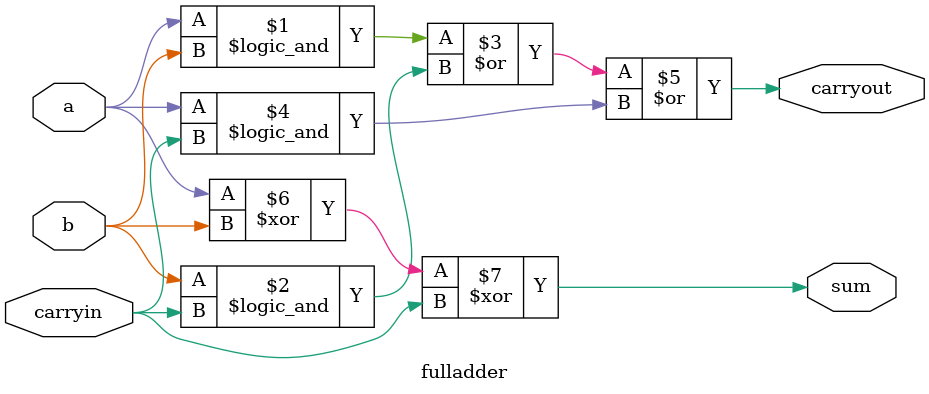
<source format=v>
module alu(A,B,func,ALUout);
	input [3:0] A;
	input [3:0] B;
	input [2:0] func;
	output [7:0] ALUout;
	reg [7:0] ALUout;
	
	wire [3:0] f0s; // output storage for f0 sum
	wire f0cout; // output storage for f0 carry out
	wire [3:0] f1s; //output storage for f1 sum
	wire f1cout; // output storage for f1 carry out
	
	ripplecarryadder f0(A[3:0], 4'b0001, 1'b0, f0s, f0cout);  //setup for function0
	ripplecarryadder f1(A[3:0], B[3:0], 1'b0, f1s, f1cout);  //setup for function1
	
	always @(*) 
	begin
		case (func[2:0]) 
			3'b000: ALUout[7:0] = {3'b000,f0cout,f0s};
			3'b001: ALUout[7:0] = {3'b000, f1cout, f1s};
			3'b010: ALUout[7:0] = A+B;
			3'b011: ALUout[7:0] = {A|B, A^B};
			3'b100: ALUout[7:0] = {7'b0000_000, A[3]|A[2]|A[1]|A[0]|B[3]|B[2]|B[1]|B[0]};
			3'b101: ALUout[7:0] = {A,B};
			default: ALUout[7:0] = 8'b0000_0000;
		endcase
	end
endmodule
	

module ripplecarryadder(A, B, cin, S, cout);
	input [3:0] A;
	input [3:0] B;
	input cin;
	output [3:0] S;
	output cout;
	
	wire Connection1, Connection2, Connection3;
	
	fulladder f1(A[0], B[0], cin, Connection1, S[0]);
	fulladder f2(A[1], B[1], Connection1, Connection2, S[1]);
	fulladder f3(A[2], B[2], Connection2, Connection3, S[2]);
	fulladder f4(A[3], B[3], Connection3, cout, S[3]);
	
endmodule
	

module fulladder(a, b, carryin, carryout, sum);
	input a, b, carryin; // adding a and b with carryin from the previous bit's carryout
	output carryout, sum; // carryout for the next bit's carryin, and sum for XOR of a and b
	
	assign carryout = (a && b) | (b && carryin) | (a && carryin);
	assign sum = a ^ b ^ carryin;
	
endmodule

</source>
